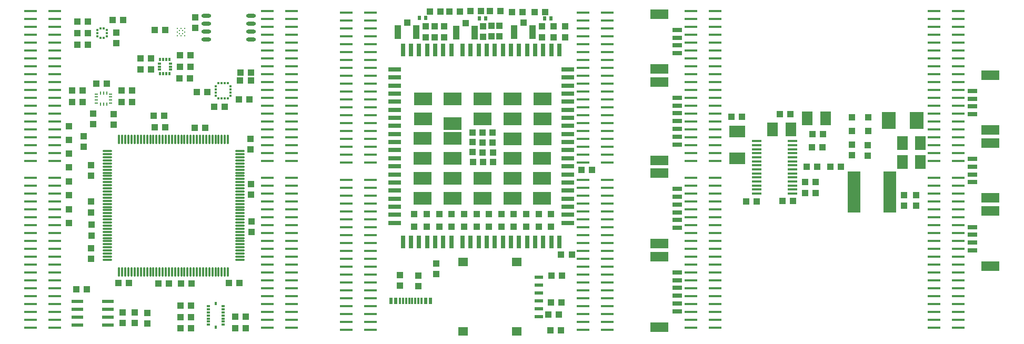
<source format=gtp>
G04*
G04 #@! TF.GenerationSoftware,Altium Limited,Altium Designer,23.6.0 (18)*
G04*
G04 Layer_Color=8421504*
%FSLAX44Y44*%
%MOMM*%
G71*
G04*
G04 #@! TF.SameCoordinates,A137800D-7D6B-43E2-A44D-125AE26CC9B3*
G04*
G04*
G04 #@! TF.FilePolarity,Positive*
G04*
G01*
G75*
%ADD20R,1.0000X1.1000*%
%ADD21R,1.1000X1.0000*%
%ADD22R,1.5000X1.4000*%
%ADD23R,1.4000X0.6000*%
%ADD24R,2.0000X0.4500*%
%ADD25R,0.5000X0.7000*%
%ADD26R,1.0500X2.2000*%
%ADD27R,1.0000X1.0500*%
%ADD28R,0.6000X1.1400*%
%ADD29R,0.3000X1.1400*%
%ADD30R,2.1500X0.6500*%
%ADD31R,0.6500X2.1500*%
%ADD32R,3.0000X2.0000*%
%ADD33R,1.1000X1.1000*%
%ADD34R,1.5700X0.4100*%
%ADD35R,1.7900X2.2100*%
%ADD36R,1.1000X1.1000*%
%ADD37R,2.6000X1.9000*%
%ADD38R,1.5000X0.8000*%
%ADD39R,3.0000X1.6000*%
%ADD40R,2.0000X6.7100*%
%ADD41R,2.2000X2.8000*%
%ADD42C,0.2000*%
G04:AMPARAMS|DCode=43|XSize=1.47mm|YSize=0.28mm|CornerRadius=0.035mm|HoleSize=0mm|Usage=FLASHONLY|Rotation=0.000|XOffset=0mm|YOffset=0mm|HoleType=Round|Shape=RoundedRectangle|*
%AMROUNDEDRECTD43*
21,1,1.4700,0.2100,0,0,0.0*
21,1,1.4000,0.2800,0,0,0.0*
1,1,0.0700,0.7000,-0.1050*
1,1,0.0700,-0.7000,-0.1050*
1,1,0.0700,-0.7000,0.1050*
1,1,0.0700,0.7000,0.1050*
%
%ADD43ROUNDEDRECTD43*%
G04:AMPARAMS|DCode=44|XSize=1.47mm|YSize=0.28mm|CornerRadius=0.035mm|HoleSize=0mm|Usage=FLASHONLY|Rotation=90.000|XOffset=0mm|YOffset=0mm|HoleType=Round|Shape=RoundedRectangle|*
%AMROUNDEDRECTD44*
21,1,1.4700,0.2100,0,0,90.0*
21,1,1.4000,0.2800,0,0,90.0*
1,1,0.0700,0.1050,0.7000*
1,1,0.0700,0.1050,-0.7000*
1,1,0.0700,-0.1050,-0.7000*
1,1,0.0700,-0.1050,0.7000*
%
%ADD44ROUNDEDRECTD44*%
%ADD45R,0.4750X0.2500*%
%ADD46R,0.2500X0.4750*%
%ADD47R,0.3500X0.5900*%
%ADD48R,0.5900X0.3500*%
G04:AMPARAMS|DCode=49|XSize=0.38mm|YSize=0.35mm|CornerRadius=0.0158mm|HoleSize=0mm|Usage=FLASHONLY|Rotation=0.000|XOffset=0mm|YOffset=0mm|HoleType=Round|Shape=RoundedRectangle|*
%AMROUNDEDRECTD49*
21,1,0.3800,0.3185,0,0,0.0*
21,1,0.3485,0.3500,0,0,0.0*
1,1,0.0315,0.1743,-0.1593*
1,1,0.0315,-0.1743,-0.1593*
1,1,0.0315,-0.1743,0.1593*
1,1,0.0315,0.1743,0.1593*
%
%ADD49ROUNDEDRECTD49*%
%ADD50R,0.3000X0.5000*%
%ADD51R,0.5000X0.3000*%
%ADD52R,0.4000X0.3000*%
%ADD53R,0.3000X0.4000*%
%ADD54O,1.6000X0.6000*%
%ADD55R,1.9812X0.5334*%
D20*
X991665Y732988D02*
D03*
Y749988D02*
D03*
X962415D02*
D03*
Y732988D02*
D03*
X976415Y749988D02*
D03*
Y732988D02*
D03*
X1067915Y750988D02*
D03*
Y733988D02*
D03*
X1054665Y750738D02*
D03*
Y733738D02*
D03*
X1080665Y734238D02*
D03*
Y751238D02*
D03*
X1186165Y732988D02*
D03*
Y749988D02*
D03*
X1149665D02*
D03*
Y732988D02*
D03*
X1167915D02*
D03*
Y749988D02*
D03*
X950665Y348988D02*
D03*
Y331988D02*
D03*
X920915Y350238D02*
D03*
Y333238D02*
D03*
X978915Y368488D02*
D03*
Y351488D02*
D03*
X1673250Y542250D02*
D03*
Y559250D02*
D03*
X1648250Y542750D02*
D03*
Y559750D02*
D03*
X1751250Y478500D02*
D03*
Y461500D02*
D03*
X1732250Y461250D02*
D03*
Y478250D02*
D03*
X412250Y556750D02*
D03*
Y573750D02*
D03*
X591000Y764500D02*
D03*
Y747500D02*
D03*
X424000Y510000D02*
D03*
Y527000D02*
D03*
X464250Y723500D02*
D03*
Y740500D02*
D03*
X427000Y592750D02*
D03*
Y609750D02*
D03*
X460000Y592000D02*
D03*
Y609000D02*
D03*
X424000Y393000D02*
D03*
Y376000D02*
D03*
X682000Y436250D02*
D03*
Y419250D02*
D03*
X681000Y496750D02*
D03*
Y479750D02*
D03*
X680250Y569000D02*
D03*
Y552000D02*
D03*
X424000Y451000D02*
D03*
Y468000D02*
D03*
X424250Y430750D02*
D03*
Y413750D02*
D03*
X494000Y272500D02*
D03*
Y289500D02*
D03*
X474500Y272500D02*
D03*
Y289500D02*
D03*
X514000Y289000D02*
D03*
Y272000D02*
D03*
D21*
X999915Y773988D02*
D03*
X1016915D02*
D03*
X1065415Y774488D02*
D03*
X1082415D02*
D03*
X1137165Y773488D02*
D03*
X1154165D02*
D03*
X985915Y773738D02*
D03*
X968915D02*
D03*
X1050915Y774488D02*
D03*
X1033915D02*
D03*
X1118165Y773488D02*
D03*
X1101165D02*
D03*
X1230165Y518988D02*
D03*
X1213165D02*
D03*
X1180665Y306238D02*
D03*
X1163665D02*
D03*
X1176665Y286738D02*
D03*
X1159665D02*
D03*
X1164165Y348988D02*
D03*
X1181165D02*
D03*
X1162915Y261238D02*
D03*
X1179915D02*
D03*
X1180165Y382988D02*
D03*
X1197165D02*
D03*
X1583500Y556000D02*
D03*
X1600500D02*
D03*
X1471250Y604500D02*
D03*
X1454250D02*
D03*
X1613000Y524250D02*
D03*
X1630000D02*
D03*
X1601250Y576750D02*
D03*
X1584250D02*
D03*
X1477750Y468500D02*
D03*
X1494750D02*
D03*
X1536000Y469000D02*
D03*
X1553000D02*
D03*
X1589250Y481750D02*
D03*
X1572250D02*
D03*
X1575500Y524500D02*
D03*
X1592500D02*
D03*
X1548750Y608750D02*
D03*
X1531750D02*
D03*
X1589250Y500000D02*
D03*
X1572250D02*
D03*
X678750Y632500D02*
D03*
X661750D02*
D03*
X399750Y327250D02*
D03*
X416750D02*
D03*
X680750Y662750D02*
D03*
X663750D02*
D03*
X489500Y646750D02*
D03*
X472500D02*
D03*
X489750Y628500D02*
D03*
X472750D02*
D03*
X526250Y744000D02*
D03*
X543250D02*
D03*
X449500Y657750D02*
D03*
X432500D02*
D03*
X410250Y628500D02*
D03*
X393250D02*
D03*
X410250Y647000D02*
D03*
X393250D02*
D03*
X681500Y676000D02*
D03*
X664500D02*
D03*
X673000Y264250D02*
D03*
X656000D02*
D03*
X672750Y283000D02*
D03*
X655750D02*
D03*
X567500Y282250D02*
D03*
X584500D02*
D03*
X567500Y264000D02*
D03*
X584500D02*
D03*
X584500Y300750D02*
D03*
X567500D02*
D03*
X458750Y760500D02*
D03*
X475750D02*
D03*
X401753Y739500D02*
D03*
X418753D02*
D03*
X401750Y720750D02*
D03*
X418750D02*
D03*
X401750Y758250D02*
D03*
X418750D02*
D03*
X566750Y703500D02*
D03*
X583750D02*
D03*
X520000Y680500D02*
D03*
X503000D02*
D03*
X520000Y698750D02*
D03*
X503000D02*
D03*
X566250Y666500D02*
D03*
X583250D02*
D03*
X566500Y685000D02*
D03*
X583500D02*
D03*
X611000Y644500D02*
D03*
X594000D02*
D03*
X638500Y621000D02*
D03*
X621500D02*
D03*
X524500Y606750D02*
D03*
X541500D02*
D03*
X526250Y587500D02*
D03*
X543250D02*
D03*
X590750Y587250D02*
D03*
X607750D02*
D03*
X485000Y336750D02*
D03*
X468000D02*
D03*
X645750Y337500D02*
D03*
X662750D02*
D03*
X585500Y336250D02*
D03*
X568500D02*
D03*
X549250D02*
D03*
X532250D02*
D03*
D22*
X1022695Y370648D02*
D03*
X1108695D02*
D03*
X1022695Y259148D02*
D03*
X1108695D02*
D03*
D23*
X1144195Y283148D02*
D03*
Y295848D02*
D03*
Y308548D02*
D03*
Y321248D02*
D03*
Y346648D02*
D03*
Y333948D02*
D03*
D24*
X1254165Y503288D02*
D03*
Y490588D02*
D03*
Y477888D02*
D03*
Y465188D02*
D03*
Y452488D02*
D03*
Y414388D02*
D03*
Y427088D02*
D03*
Y439788D02*
D03*
Y401688D02*
D03*
Y388988D02*
D03*
Y376288D02*
D03*
Y363588D02*
D03*
Y350888D02*
D03*
Y312788D02*
D03*
Y325488D02*
D03*
Y338188D02*
D03*
Y300088D02*
D03*
Y287388D02*
D03*
Y274688D02*
D03*
Y261988D02*
D03*
X1215165Y503288D02*
D03*
Y490588D02*
D03*
Y477888D02*
D03*
Y465188D02*
D03*
Y452488D02*
D03*
Y414388D02*
D03*
Y427088D02*
D03*
Y439788D02*
D03*
Y401688D02*
D03*
Y388988D02*
D03*
Y376288D02*
D03*
Y363588D02*
D03*
Y350888D02*
D03*
Y312788D02*
D03*
Y325488D02*
D03*
Y338188D02*
D03*
Y300088D02*
D03*
Y287388D02*
D03*
Y274688D02*
D03*
Y261988D02*
D03*
X834165Y262088D02*
D03*
Y274788D02*
D03*
Y287488D02*
D03*
Y300188D02*
D03*
Y338288D02*
D03*
Y325588D02*
D03*
Y312888D02*
D03*
Y350988D02*
D03*
Y363688D02*
D03*
Y376388D02*
D03*
Y389088D02*
D03*
Y401788D02*
D03*
Y439888D02*
D03*
Y427188D02*
D03*
Y414488D02*
D03*
Y452588D02*
D03*
Y465288D02*
D03*
Y477988D02*
D03*
Y490688D02*
D03*
Y503388D02*
D03*
X873165Y262088D02*
D03*
Y274788D02*
D03*
Y287488D02*
D03*
Y300188D02*
D03*
Y338288D02*
D03*
Y325588D02*
D03*
Y312888D02*
D03*
Y350988D02*
D03*
Y363688D02*
D03*
Y376388D02*
D03*
Y389088D02*
D03*
Y401788D02*
D03*
Y439888D02*
D03*
Y427188D02*
D03*
Y414488D02*
D03*
Y452588D02*
D03*
Y465288D02*
D03*
Y477988D02*
D03*
Y490688D02*
D03*
Y503388D02*
D03*
X1254165Y771988D02*
D03*
Y759288D02*
D03*
Y746588D02*
D03*
Y733888D02*
D03*
Y721188D02*
D03*
Y683088D02*
D03*
Y695788D02*
D03*
Y708488D02*
D03*
Y670388D02*
D03*
Y657688D02*
D03*
Y644988D02*
D03*
Y632288D02*
D03*
Y619588D02*
D03*
Y581488D02*
D03*
Y594188D02*
D03*
Y606888D02*
D03*
Y568788D02*
D03*
Y556088D02*
D03*
Y543388D02*
D03*
Y530688D02*
D03*
X1215165Y771988D02*
D03*
Y759288D02*
D03*
Y746588D02*
D03*
Y733888D02*
D03*
Y721188D02*
D03*
Y683088D02*
D03*
Y695788D02*
D03*
Y708488D02*
D03*
Y670388D02*
D03*
Y657688D02*
D03*
Y644988D02*
D03*
Y632288D02*
D03*
Y619588D02*
D03*
Y581488D02*
D03*
Y594188D02*
D03*
Y606888D02*
D03*
Y568788D02*
D03*
Y556088D02*
D03*
Y543388D02*
D03*
Y530688D02*
D03*
X873165Y771988D02*
D03*
Y759288D02*
D03*
Y746588D02*
D03*
Y733888D02*
D03*
Y721188D02*
D03*
Y683088D02*
D03*
Y695788D02*
D03*
Y708488D02*
D03*
Y670388D02*
D03*
Y657688D02*
D03*
Y644988D02*
D03*
Y632288D02*
D03*
Y619588D02*
D03*
Y581488D02*
D03*
Y594188D02*
D03*
Y606888D02*
D03*
Y568788D02*
D03*
Y556088D02*
D03*
Y543388D02*
D03*
Y530688D02*
D03*
X834165Y771988D02*
D03*
Y759288D02*
D03*
Y746588D02*
D03*
Y733888D02*
D03*
Y721188D02*
D03*
Y683088D02*
D03*
Y695788D02*
D03*
Y708488D02*
D03*
Y670388D02*
D03*
Y657688D02*
D03*
Y644988D02*
D03*
Y632288D02*
D03*
Y619588D02*
D03*
Y581488D02*
D03*
Y594188D02*
D03*
Y606888D02*
D03*
Y568788D02*
D03*
Y556088D02*
D03*
Y543388D02*
D03*
Y530688D02*
D03*
X1389250Y533450D02*
D03*
Y546150D02*
D03*
Y558850D02*
D03*
Y571550D02*
D03*
Y584250D02*
D03*
Y622350D02*
D03*
Y609650D02*
D03*
Y596950D02*
D03*
Y635050D02*
D03*
Y647750D02*
D03*
Y660450D02*
D03*
Y673150D02*
D03*
Y685850D02*
D03*
Y723950D02*
D03*
Y711250D02*
D03*
Y698550D02*
D03*
Y736650D02*
D03*
Y749350D02*
D03*
Y762050D02*
D03*
Y774750D02*
D03*
X1428250Y533450D02*
D03*
Y546150D02*
D03*
Y558850D02*
D03*
Y571550D02*
D03*
Y584250D02*
D03*
Y622350D02*
D03*
Y609650D02*
D03*
Y596950D02*
D03*
Y635050D02*
D03*
Y647750D02*
D03*
Y660450D02*
D03*
Y673150D02*
D03*
Y685850D02*
D03*
Y723950D02*
D03*
Y711250D02*
D03*
Y698550D02*
D03*
Y736650D02*
D03*
Y749350D02*
D03*
Y762050D02*
D03*
Y774750D02*
D03*
X1780250Y533450D02*
D03*
Y546150D02*
D03*
Y558850D02*
D03*
Y571550D02*
D03*
Y584250D02*
D03*
Y622350D02*
D03*
Y609650D02*
D03*
Y596950D02*
D03*
Y635050D02*
D03*
Y647750D02*
D03*
Y660450D02*
D03*
Y673150D02*
D03*
Y685850D02*
D03*
Y723950D02*
D03*
Y711250D02*
D03*
Y698550D02*
D03*
Y736650D02*
D03*
Y749350D02*
D03*
Y762050D02*
D03*
Y774750D02*
D03*
X1819250Y533450D02*
D03*
Y546150D02*
D03*
Y558850D02*
D03*
Y571550D02*
D03*
Y584250D02*
D03*
Y622350D02*
D03*
Y609650D02*
D03*
Y596950D02*
D03*
Y635050D02*
D03*
Y647750D02*
D03*
Y660450D02*
D03*
Y673150D02*
D03*
Y685850D02*
D03*
Y723950D02*
D03*
Y711250D02*
D03*
Y698550D02*
D03*
Y736650D02*
D03*
Y749350D02*
D03*
Y762050D02*
D03*
Y774750D02*
D03*
X1428250Y506150D02*
D03*
Y493450D02*
D03*
Y480750D02*
D03*
Y468050D02*
D03*
Y429950D02*
D03*
Y442650D02*
D03*
Y455350D02*
D03*
Y417250D02*
D03*
Y404550D02*
D03*
Y391850D02*
D03*
Y379150D02*
D03*
Y366450D02*
D03*
Y328350D02*
D03*
Y341050D02*
D03*
Y353750D02*
D03*
Y315650D02*
D03*
Y302950D02*
D03*
Y290250D02*
D03*
Y277550D02*
D03*
Y264850D02*
D03*
X1389250Y506150D02*
D03*
Y493450D02*
D03*
Y480750D02*
D03*
Y468050D02*
D03*
Y429950D02*
D03*
Y442650D02*
D03*
Y455350D02*
D03*
Y417250D02*
D03*
Y404550D02*
D03*
Y391850D02*
D03*
Y379150D02*
D03*
Y366450D02*
D03*
Y328350D02*
D03*
Y341050D02*
D03*
Y353750D02*
D03*
Y315650D02*
D03*
Y302950D02*
D03*
Y290250D02*
D03*
Y277550D02*
D03*
Y264850D02*
D03*
X1819250Y506150D02*
D03*
Y493450D02*
D03*
Y480750D02*
D03*
Y468050D02*
D03*
Y429950D02*
D03*
Y442650D02*
D03*
Y455350D02*
D03*
Y417250D02*
D03*
Y404550D02*
D03*
Y391850D02*
D03*
Y379150D02*
D03*
Y366450D02*
D03*
Y328350D02*
D03*
Y341050D02*
D03*
Y353750D02*
D03*
Y315650D02*
D03*
Y302950D02*
D03*
Y290250D02*
D03*
Y277550D02*
D03*
Y264850D02*
D03*
X1780250Y506150D02*
D03*
Y493450D02*
D03*
Y480750D02*
D03*
Y468050D02*
D03*
Y429950D02*
D03*
Y442650D02*
D03*
Y455350D02*
D03*
Y417250D02*
D03*
Y404550D02*
D03*
Y391850D02*
D03*
Y379150D02*
D03*
Y366450D02*
D03*
Y328350D02*
D03*
Y341050D02*
D03*
Y353750D02*
D03*
Y315650D02*
D03*
Y302950D02*
D03*
Y290250D02*
D03*
Y277550D02*
D03*
Y264850D02*
D03*
X365500Y775000D02*
D03*
Y762300D02*
D03*
Y749600D02*
D03*
Y736900D02*
D03*
Y698800D02*
D03*
Y711500D02*
D03*
Y724200D02*
D03*
Y686100D02*
D03*
Y673400D02*
D03*
Y660700D02*
D03*
Y648000D02*
D03*
Y635300D02*
D03*
Y597200D02*
D03*
Y609900D02*
D03*
Y622600D02*
D03*
Y584500D02*
D03*
Y571800D02*
D03*
Y559100D02*
D03*
Y546400D02*
D03*
Y533700D02*
D03*
X326500Y775000D02*
D03*
Y762300D02*
D03*
Y749600D02*
D03*
Y736900D02*
D03*
Y698800D02*
D03*
Y711500D02*
D03*
Y724200D02*
D03*
Y686100D02*
D03*
Y673400D02*
D03*
Y660700D02*
D03*
Y648000D02*
D03*
Y635300D02*
D03*
Y597200D02*
D03*
Y609900D02*
D03*
Y622600D02*
D03*
Y584500D02*
D03*
Y571800D02*
D03*
Y559100D02*
D03*
Y546400D02*
D03*
Y533700D02*
D03*
X746500Y775000D02*
D03*
Y762300D02*
D03*
Y749600D02*
D03*
Y736900D02*
D03*
Y698800D02*
D03*
Y711500D02*
D03*
Y724200D02*
D03*
Y686100D02*
D03*
Y673400D02*
D03*
Y660700D02*
D03*
Y648000D02*
D03*
Y635300D02*
D03*
Y597200D02*
D03*
Y609900D02*
D03*
Y622600D02*
D03*
Y584500D02*
D03*
Y571800D02*
D03*
Y559100D02*
D03*
Y546400D02*
D03*
Y533700D02*
D03*
X707500Y775000D02*
D03*
Y762300D02*
D03*
Y749600D02*
D03*
Y736900D02*
D03*
Y698800D02*
D03*
Y711500D02*
D03*
Y724200D02*
D03*
Y686100D02*
D03*
Y673400D02*
D03*
Y660700D02*
D03*
Y648000D02*
D03*
Y635300D02*
D03*
Y597200D02*
D03*
Y609900D02*
D03*
Y622600D02*
D03*
Y584500D02*
D03*
Y571800D02*
D03*
Y559100D02*
D03*
Y546400D02*
D03*
Y533700D02*
D03*
X365500Y506400D02*
D03*
Y493700D02*
D03*
Y481000D02*
D03*
Y468300D02*
D03*
Y430200D02*
D03*
Y442900D02*
D03*
Y455600D02*
D03*
Y417500D02*
D03*
Y404800D02*
D03*
Y392100D02*
D03*
Y379400D02*
D03*
Y366700D02*
D03*
Y328600D02*
D03*
Y341300D02*
D03*
Y354000D02*
D03*
Y315900D02*
D03*
Y303200D02*
D03*
Y290500D02*
D03*
Y277800D02*
D03*
Y265100D02*
D03*
X326500Y506400D02*
D03*
Y493700D02*
D03*
Y481000D02*
D03*
Y468300D02*
D03*
Y430200D02*
D03*
Y442900D02*
D03*
Y455600D02*
D03*
Y417500D02*
D03*
Y404800D02*
D03*
Y392100D02*
D03*
Y379400D02*
D03*
Y366700D02*
D03*
Y328600D02*
D03*
Y341300D02*
D03*
Y354000D02*
D03*
Y315900D02*
D03*
Y303200D02*
D03*
Y290500D02*
D03*
Y277800D02*
D03*
Y265100D02*
D03*
X746500Y506400D02*
D03*
Y493700D02*
D03*
Y481000D02*
D03*
Y468300D02*
D03*
Y430200D02*
D03*
Y442900D02*
D03*
Y455600D02*
D03*
Y417500D02*
D03*
Y404800D02*
D03*
Y392100D02*
D03*
Y379400D02*
D03*
Y366700D02*
D03*
Y328600D02*
D03*
Y341300D02*
D03*
Y354000D02*
D03*
Y315900D02*
D03*
Y303200D02*
D03*
Y290500D02*
D03*
Y277800D02*
D03*
Y265100D02*
D03*
X707500Y506400D02*
D03*
Y493700D02*
D03*
Y481000D02*
D03*
Y468300D02*
D03*
Y430200D02*
D03*
Y442900D02*
D03*
Y455600D02*
D03*
Y417500D02*
D03*
Y404800D02*
D03*
Y392100D02*
D03*
Y379400D02*
D03*
Y366700D02*
D03*
Y328600D02*
D03*
Y341300D02*
D03*
Y354000D02*
D03*
Y315900D02*
D03*
Y303200D02*
D03*
Y290500D02*
D03*
Y277800D02*
D03*
Y265100D02*
D03*
D25*
X951915Y763738D02*
D03*
X961915D02*
D03*
X1058906Y763172D02*
D03*
X1048906D02*
D03*
X1163665Y762988D02*
D03*
X1153665D02*
D03*
D26*
X917415Y740988D02*
D03*
X946915D02*
D03*
X1041165Y740488D02*
D03*
X1011665D02*
D03*
X1104665Y740738D02*
D03*
X1134165D02*
D03*
D27*
X932165Y756238D02*
D03*
X1026415Y755738D02*
D03*
X1119415Y755988D02*
D03*
D28*
X970065Y308688D02*
D03*
X962065D02*
D03*
X914065D02*
D03*
X906065D02*
D03*
D29*
X940565D02*
D03*
X945565D02*
D03*
X950565D02*
D03*
X955565D02*
D03*
X935565D02*
D03*
X930565D02*
D03*
X925565D02*
D03*
X920565D02*
D03*
D30*
X911915Y485988D02*
D03*
Y498988D02*
D03*
Y615988D02*
D03*
Y589988D02*
D03*
Y576988D02*
D03*
Y602988D02*
D03*
Y667988D02*
D03*
Y628988D02*
D03*
Y641988D02*
D03*
Y654988D02*
D03*
Y680988D02*
D03*
Y563988D02*
D03*
Y550988D02*
D03*
Y537988D02*
D03*
Y524988D02*
D03*
Y511988D02*
D03*
X1190915Y680988D02*
D03*
Y667988D02*
D03*
Y654988D02*
D03*
Y641988D02*
D03*
Y628988D02*
D03*
Y615988D02*
D03*
Y602988D02*
D03*
Y589988D02*
D03*
Y576988D02*
D03*
Y563988D02*
D03*
Y550988D02*
D03*
Y537988D02*
D03*
Y524988D02*
D03*
Y511988D02*
D03*
X911915Y472988D02*
D03*
Y459988D02*
D03*
Y446988D02*
D03*
Y433988D02*
D03*
X1190915Y498988D02*
D03*
Y485988D02*
D03*
Y472988D02*
D03*
Y459988D02*
D03*
Y446988D02*
D03*
Y433988D02*
D03*
D31*
X925415Y712238D02*
D03*
X938415D02*
D03*
X951415D02*
D03*
X964415D02*
D03*
X977415D02*
D03*
X990415D02*
D03*
X1003415D02*
D03*
X1021415Y711988D02*
D03*
X1034415D02*
D03*
X1047415D02*
D03*
X1060415D02*
D03*
X1073415D02*
D03*
X1086415D02*
D03*
X1177415D02*
D03*
X1164415D02*
D03*
X1151415D02*
D03*
X1138415D02*
D03*
X1125415D02*
D03*
X1112415D02*
D03*
X1099415D02*
D03*
X925415Y402988D02*
D03*
X938415D02*
D03*
X951415D02*
D03*
X964415D02*
D03*
X977415D02*
D03*
X990415D02*
D03*
X1003415D02*
D03*
X1021415D02*
D03*
X1034415D02*
D03*
X1047415D02*
D03*
X1060415D02*
D03*
X1073415D02*
D03*
X1177415D02*
D03*
X1164415D02*
D03*
X1099415D02*
D03*
X1086415D02*
D03*
X1112415D02*
D03*
X1125415D02*
D03*
X1151415D02*
D03*
X1138415D02*
D03*
D32*
X957366Y569707D02*
D03*
X957616Y601707D02*
D03*
Y633707D02*
D03*
X1005415Y569738D02*
D03*
X1005665Y593988D02*
D03*
X1005665Y633738D02*
D03*
X1053665Y601488D02*
D03*
Y633488D02*
D03*
X1005415Y537738D02*
D03*
X957366Y537707D02*
D03*
Y505707D02*
D03*
X1149915Y633488D02*
D03*
X1101866Y633457D02*
D03*
X1149915Y601488D02*
D03*
X1101866Y601457D02*
D03*
X1149915Y569488D02*
D03*
X1101915D02*
D03*
X1149665Y537488D02*
D03*
X1101616Y537457D02*
D03*
X1149665Y505488D02*
D03*
X1053415Y505488D02*
D03*
X1005366Y505457D02*
D03*
X957366Y473707D02*
D03*
X1005366Y473457D02*
D03*
X1101616Y505457D02*
D03*
X1149665Y473488D02*
D03*
X1053616Y473457D02*
D03*
X1101616D02*
D03*
D33*
X1037665Y579738D02*
D03*
X1053819Y579566D02*
D03*
X1069915Y579488D02*
D03*
X1037915Y563738D02*
D03*
X1070021Y563500D02*
D03*
X1054068Y563324D02*
D03*
X1037915Y547738D02*
D03*
X1054069Y547566D02*
D03*
X1070165Y547488D02*
D03*
X1038165Y531738D02*
D03*
X1070271Y531500D02*
D03*
X1054415Y531488D02*
D03*
X963915Y447988D02*
D03*
X943915D02*
D03*
X1043915Y447738D02*
D03*
X1023915D02*
D03*
X983915D02*
D03*
X1003915D02*
D03*
X943915Y427988D02*
D03*
X963915D02*
D03*
X1043915Y427738D02*
D03*
X1023915D02*
D03*
X1003915D02*
D03*
X983915D02*
D03*
X1163915Y447738D02*
D03*
X1063915D02*
D03*
X1103915D02*
D03*
X1083915D02*
D03*
X1123915D02*
D03*
X1143915D02*
D03*
X1063915Y427738D02*
D03*
X1083915D02*
D03*
X1123915D02*
D03*
X1143915D02*
D03*
X1163915D02*
D03*
X1103915D02*
D03*
D34*
X1552580Y481000D02*
D03*
Y487500D02*
D03*
Y494000D02*
D03*
Y500500D02*
D03*
Y507000D02*
D03*
Y513500D02*
D03*
Y520000D02*
D03*
Y526500D02*
D03*
Y533000D02*
D03*
Y539500D02*
D03*
Y546000D02*
D03*
Y552500D02*
D03*
Y559000D02*
D03*
Y565500D02*
D03*
X1495080Y481000D02*
D03*
Y487500D02*
D03*
Y494000D02*
D03*
Y500500D02*
D03*
Y507000D02*
D03*
Y513500D02*
D03*
Y520000D02*
D03*
Y526500D02*
D03*
Y533000D02*
D03*
Y539500D02*
D03*
Y546000D02*
D03*
Y552500D02*
D03*
Y559000D02*
D03*
Y565500D02*
D03*
D35*
X1576400Y602250D02*
D03*
X1605600D02*
D03*
X1520400Y584000D02*
D03*
X1549600D02*
D03*
X1758250Y532000D02*
D03*
X1729050D02*
D03*
X1758100Y562750D02*
D03*
X1728900D02*
D03*
D36*
X1648250Y603750D02*
D03*
X1648250Y581750D02*
D03*
X1674250Y603750D02*
D03*
X1674250Y581750D02*
D03*
X388000Y589750D02*
D03*
X388000Y567750D02*
D03*
X388500Y500750D02*
D03*
X388500Y478750D02*
D03*
X388250Y545250D02*
D03*
X388250Y523250D02*
D03*
X388500Y456000D02*
D03*
X388500Y434000D02*
D03*
D37*
X1463250Y538000D02*
D03*
Y581000D02*
D03*
D38*
X1367000Y354250D02*
D03*
Y341750D02*
D03*
Y329250D02*
D03*
Y316750D02*
D03*
Y304250D02*
D03*
Y291750D02*
D03*
X1842000Y646250D02*
D03*
Y633750D02*
D03*
Y621250D02*
D03*
Y608750D02*
D03*
X1367000Y488500D02*
D03*
Y476000D02*
D03*
Y463500D02*
D03*
Y451000D02*
D03*
Y438500D02*
D03*
Y426000D02*
D03*
Y560250D02*
D03*
Y572750D02*
D03*
Y585250D02*
D03*
Y597750D02*
D03*
Y610250D02*
D03*
Y622750D02*
D03*
Y635250D02*
D03*
X1841750Y537000D02*
D03*
Y524500D02*
D03*
Y512000D02*
D03*
Y499500D02*
D03*
X1367000Y707000D02*
D03*
Y719500D02*
D03*
Y732000D02*
D03*
Y744500D02*
D03*
X1841750Y427250D02*
D03*
Y414750D02*
D03*
Y402250D02*
D03*
Y389750D02*
D03*
D39*
X1338000Y379750D02*
D03*
Y266250D02*
D03*
X1871000Y671750D02*
D03*
Y583250D02*
D03*
X1338000Y514000D02*
D03*
Y400500D02*
D03*
Y534750D02*
D03*
Y660750D02*
D03*
X1870750Y562500D02*
D03*
Y474000D02*
D03*
X1338000Y681500D02*
D03*
Y770000D02*
D03*
X1870750Y452750D02*
D03*
Y364250D02*
D03*
D40*
X1709110Y484000D02*
D03*
X1651390D02*
D03*
D41*
X1752250Y598750D02*
D03*
X1707250D02*
D03*
D42*
X574240Y740920D02*
D03*
X568580Y746580D02*
D03*
X562920D02*
D03*
Y740920D02*
D03*
Y735260D02*
D03*
X568580D02*
D03*
X565750Y743750D02*
D03*
Y738090D02*
D03*
X574240Y746580D02*
D03*
Y735260D02*
D03*
X571410Y743750D02*
D03*
Y738090D02*
D03*
D43*
X663200Y549500D02*
D03*
Y544500D02*
D03*
Y539500D02*
D03*
Y534500D02*
D03*
Y529500D02*
D03*
Y524500D02*
D03*
Y519500D02*
D03*
Y514500D02*
D03*
Y509500D02*
D03*
Y504500D02*
D03*
Y499500D02*
D03*
Y494500D02*
D03*
Y489500D02*
D03*
Y484500D02*
D03*
Y479500D02*
D03*
Y474500D02*
D03*
Y469500D02*
D03*
Y464500D02*
D03*
Y459500D02*
D03*
Y454500D02*
D03*
Y449500D02*
D03*
Y444500D02*
D03*
Y439500D02*
D03*
Y434500D02*
D03*
Y429500D02*
D03*
Y424500D02*
D03*
Y419500D02*
D03*
Y414500D02*
D03*
Y409500D02*
D03*
Y404500D02*
D03*
Y399500D02*
D03*
Y394500D02*
D03*
Y389500D02*
D03*
Y384500D02*
D03*
Y379500D02*
D03*
Y374500D02*
D03*
X449800D02*
D03*
Y379500D02*
D03*
Y384500D02*
D03*
Y389500D02*
D03*
Y394500D02*
D03*
Y399500D02*
D03*
Y404500D02*
D03*
Y409500D02*
D03*
Y414500D02*
D03*
Y419500D02*
D03*
Y424500D02*
D03*
Y429500D02*
D03*
Y434500D02*
D03*
Y439500D02*
D03*
Y444500D02*
D03*
Y449500D02*
D03*
Y454500D02*
D03*
Y459500D02*
D03*
Y464500D02*
D03*
Y469500D02*
D03*
Y474500D02*
D03*
Y479500D02*
D03*
Y484500D02*
D03*
Y489500D02*
D03*
Y494500D02*
D03*
Y499500D02*
D03*
Y504500D02*
D03*
Y509500D02*
D03*
Y514500D02*
D03*
Y519500D02*
D03*
Y524500D02*
D03*
Y529500D02*
D03*
Y534500D02*
D03*
Y539500D02*
D03*
Y544500D02*
D03*
Y549500D02*
D03*
D44*
X469000Y568700D02*
D03*
X474000D02*
D03*
X479000D02*
D03*
X484000D02*
D03*
X489000D02*
D03*
X494000D02*
D03*
X499000D02*
D03*
X504000D02*
D03*
X509000D02*
D03*
X514000D02*
D03*
X519000D02*
D03*
X524000D02*
D03*
X529000D02*
D03*
X534000D02*
D03*
X539000D02*
D03*
X544000D02*
D03*
X549000D02*
D03*
X554000D02*
D03*
X559000D02*
D03*
X564000D02*
D03*
X569000D02*
D03*
X574000D02*
D03*
X579000D02*
D03*
X584000D02*
D03*
X589000D02*
D03*
X594000D02*
D03*
X599000D02*
D03*
X604000D02*
D03*
X609000D02*
D03*
X614000D02*
D03*
X619000D02*
D03*
X624000D02*
D03*
X629000D02*
D03*
X634000D02*
D03*
X639000D02*
D03*
X644000D02*
D03*
Y355300D02*
D03*
X639000D02*
D03*
X634000D02*
D03*
X629000D02*
D03*
X624000D02*
D03*
X619000D02*
D03*
X614000D02*
D03*
X609000D02*
D03*
X604000D02*
D03*
X599000D02*
D03*
X594000D02*
D03*
X589000D02*
D03*
X584000D02*
D03*
X579000D02*
D03*
X574000D02*
D03*
X569000D02*
D03*
X564000D02*
D03*
X559000D02*
D03*
X554000D02*
D03*
X549000D02*
D03*
X544000D02*
D03*
X539000D02*
D03*
X534000D02*
D03*
X529000D02*
D03*
X524000D02*
D03*
X519000D02*
D03*
X514000D02*
D03*
X509000D02*
D03*
X504000D02*
D03*
X499000D02*
D03*
X494000D02*
D03*
X489000D02*
D03*
X484000D02*
D03*
X479000D02*
D03*
X474000D02*
D03*
X469000D02*
D03*
D45*
X432125Y636500D02*
D03*
Y631500D02*
D03*
Y626500D02*
D03*
Y641500D02*
D03*
X455375Y636500D02*
D03*
Y631500D02*
D03*
Y626500D02*
D03*
Y641500D02*
D03*
D46*
X443750Y643125D02*
D03*
X438750D02*
D03*
X448750D02*
D03*
X443750Y624875D02*
D03*
X438750D02*
D03*
X448750D02*
D03*
D47*
X624400Y265850D02*
D03*
Y304150D02*
D03*
D48*
X612750Y270000D02*
D03*
Y275000D02*
D03*
Y280000D02*
D03*
Y285000D02*
D03*
Y290000D02*
D03*
Y295000D02*
D03*
Y300000D02*
D03*
X636050D02*
D03*
Y295000D02*
D03*
Y290000D02*
D03*
Y285000D02*
D03*
Y280000D02*
D03*
Y275000D02*
D03*
Y270000D02*
D03*
D49*
X449153Y744500D02*
D03*
Y739500D02*
D03*
Y734500D02*
D03*
X444003Y731850D02*
D03*
X439003D02*
D03*
X433853Y734500D02*
D03*
Y739500D02*
D03*
Y744500D02*
D03*
X439003Y747150D02*
D03*
X444003D02*
D03*
D50*
X550000Y674000D02*
D03*
X545000D02*
D03*
X540000D02*
D03*
X535000D02*
D03*
X550000Y697000D02*
D03*
X545000D02*
D03*
X540000D02*
D03*
X535000D02*
D03*
D51*
X551500Y680500D02*
D03*
Y685500D02*
D03*
Y690500D02*
D03*
X533500Y680500D02*
D03*
Y685500D02*
D03*
Y690500D02*
D03*
D52*
X624000Y653750D02*
D03*
Y648750D02*
D03*
Y643750D02*
D03*
Y638750D02*
D03*
X648500D02*
D03*
Y643750D02*
D03*
Y648750D02*
D03*
Y653750D02*
D03*
D53*
X643750Y658500D02*
D03*
X638750D02*
D03*
X633750D02*
D03*
X628750D02*
D03*
Y634000D02*
D03*
X633750D02*
D03*
X638750D02*
D03*
X643750D02*
D03*
D54*
X609250Y767050D02*
D03*
Y754350D02*
D03*
Y741650D02*
D03*
Y728950D02*
D03*
X681250D02*
D03*
Y741650D02*
D03*
Y754350D02*
D03*
Y767050D02*
D03*
D55*
X401612Y307800D02*
D03*
Y295100D02*
D03*
Y282400D02*
D03*
Y269700D02*
D03*
X450888D02*
D03*
Y282400D02*
D03*
Y295100D02*
D03*
Y307800D02*
D03*
M02*

</source>
